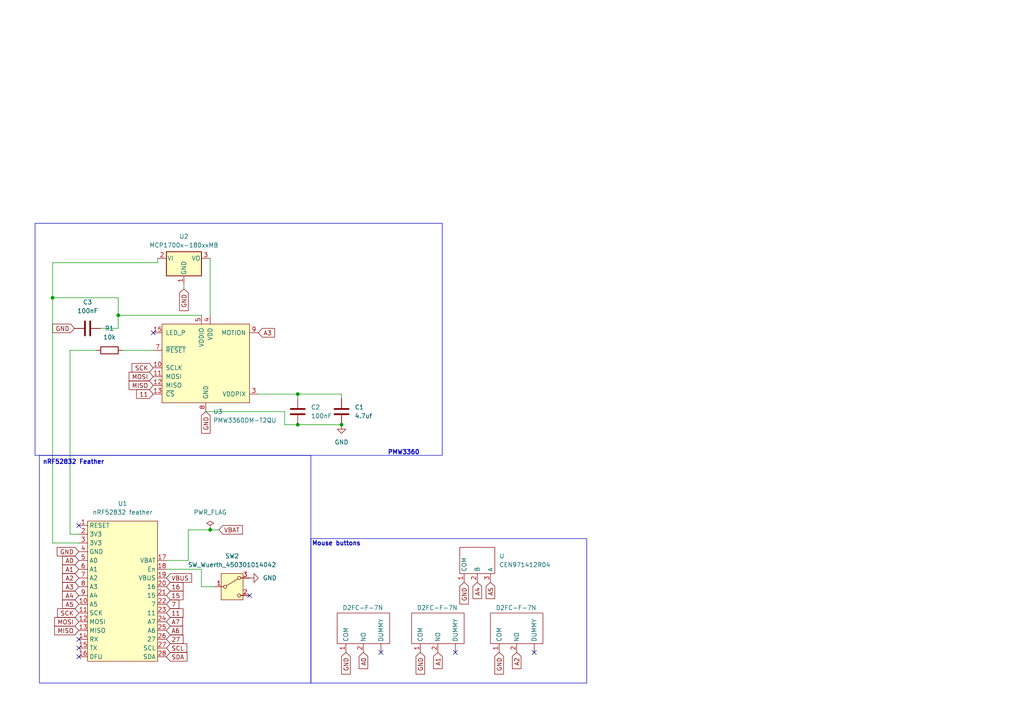
<source format=kicad_sch>
(kicad_sch
	(version 20250114)
	(generator "eeschema")
	(generator_version "9.0")
	(uuid "71a72769-f90b-4b93-8169-68d3751f5a68")
	(paper "A4")
	(lib_symbols
		(symbol "Device:C"
			(pin_numbers
				(hide yes)
			)
			(pin_names
				(offset 0.254)
			)
			(exclude_from_sim no)
			(in_bom yes)
			(on_board yes)
			(property "Reference" "C"
				(at 0.635 2.54 0)
				(effects
					(font
						(size 1.27 1.27)
					)
					(justify left)
				)
			)
			(property "Value" "C"
				(at 0.635 -2.54 0)
				(effects
					(font
						(size 1.27 1.27)
					)
					(justify left)
				)
			)
			(property "Footprint" ""
				(at 0.9652 -3.81 0)
				(effects
					(font
						(size 1.27 1.27)
					)
					(hide yes)
				)
			)
			(property "Datasheet" "~"
				(at 0 0 0)
				(effects
					(font
						(size 1.27 1.27)
					)
					(hide yes)
				)
			)
			(property "Description" "Unpolarized capacitor"
				(at 0 0 0)
				(effects
					(font
						(size 1.27 1.27)
					)
					(hide yes)
				)
			)
			(property "ki_keywords" "cap capacitor"
				(at 0 0 0)
				(effects
					(font
						(size 1.27 1.27)
					)
					(hide yes)
				)
			)
			(property "ki_fp_filters" "C_*"
				(at 0 0 0)
				(effects
					(font
						(size 1.27 1.27)
					)
					(hide yes)
				)
			)
			(symbol "C_0_1"
				(polyline
					(pts
						(xy -2.032 0.762) (xy 2.032 0.762)
					)
					(stroke
						(width 0.508)
						(type default)
					)
					(fill
						(type none)
					)
				)
				(polyline
					(pts
						(xy -2.032 -0.762) (xy 2.032 -0.762)
					)
					(stroke
						(width 0.508)
						(type default)
					)
					(fill
						(type none)
					)
				)
			)
			(symbol "C_1_1"
				(pin passive line
					(at 0 3.81 270)
					(length 2.794)
					(name "~"
						(effects
							(font
								(size 1.27 1.27)
							)
						)
					)
					(number "1"
						(effects
							(font
								(size 1.27 1.27)
							)
						)
					)
				)
				(pin passive line
					(at 0 -3.81 90)
					(length 2.794)
					(name "~"
						(effects
							(font
								(size 1.27 1.27)
							)
						)
					)
					(number "2"
						(effects
							(font
								(size 1.27 1.27)
							)
						)
					)
				)
			)
			(embedded_fonts no)
		)
		(symbol "Device:R"
			(pin_numbers
				(hide yes)
			)
			(pin_names
				(offset 0)
			)
			(exclude_from_sim no)
			(in_bom yes)
			(on_board yes)
			(property "Reference" "R"
				(at 2.032 0 90)
				(effects
					(font
						(size 1.27 1.27)
					)
				)
			)
			(property "Value" "R"
				(at 0 0 90)
				(effects
					(font
						(size 1.27 1.27)
					)
				)
			)
			(property "Footprint" ""
				(at -1.778 0 90)
				(effects
					(font
						(size 1.27 1.27)
					)
					(hide yes)
				)
			)
			(property "Datasheet" "~"
				(at 0 0 0)
				(effects
					(font
						(size 1.27 1.27)
					)
					(hide yes)
				)
			)
			(property "Description" "Resistor"
				(at 0 0 0)
				(effects
					(font
						(size 1.27 1.27)
					)
					(hide yes)
				)
			)
			(property "ki_keywords" "R res resistor"
				(at 0 0 0)
				(effects
					(font
						(size 1.27 1.27)
					)
					(hide yes)
				)
			)
			(property "ki_fp_filters" "R_*"
				(at 0 0 0)
				(effects
					(font
						(size 1.27 1.27)
					)
					(hide yes)
				)
			)
			(symbol "R_0_1"
				(rectangle
					(start -1.016 -2.54)
					(end 1.016 2.54)
					(stroke
						(width 0.254)
						(type default)
					)
					(fill
						(type none)
					)
				)
			)
			(symbol "R_1_1"
				(pin passive line
					(at 0 3.81 270)
					(length 1.27)
					(name "~"
						(effects
							(font
								(size 1.27 1.27)
							)
						)
					)
					(number "1"
						(effects
							(font
								(size 1.27 1.27)
							)
						)
					)
				)
				(pin passive line
					(at 0 -3.81 90)
					(length 1.27)
					(name "~"
						(effects
							(font
								(size 1.27 1.27)
							)
						)
					)
					(number "2"
						(effects
							(font
								(size 1.27 1.27)
							)
						)
					)
				)
			)
			(embedded_fonts no)
		)
		(symbol "Mouse Stuff:CEN971412R04"
			(exclude_from_sim no)
			(in_bom yes)
			(on_board yes)
			(property "Reference" "CEN971412R04"
				(at 0 5.08 0)
				(effects
					(font
						(size 1.27 1.27)
					)
				)
			)
			(property "Value" ""
				(at 0 0 0)
				(effects
					(font
						(size 1.27 1.27)
					)
				)
			)
			(property "Footprint" ""
				(at 0 0 0)
				(effects
					(font
						(size 1.27 1.27)
					)
					(hide yes)
				)
			)
			(property "Datasheet" ""
				(at 0 0 0)
				(effects
					(font
						(size 1.27 1.27)
					)
					(hide yes)
				)
			)
			(property "Description" ""
				(at 0 0 0)
				(effects
					(font
						(size 1.27 1.27)
					)
					(hide yes)
				)
			)
			(symbol "CEN971412R04_0_1"
				(rectangle
					(start -5.08 3.81)
					(end 5.08 -3.81)
					(stroke
						(width 0)
						(type default)
					)
					(fill
						(type none)
					)
				)
			)
			(symbol "CEN971412R04_1_1"
				(pin power_out line
					(at -3.81 -6.35 90)
					(length 2.54)
					(name "COM"
						(effects
							(font
								(size 1.27 1.27)
							)
						)
					)
					(number "1"
						(effects
							(font
								(size 1.27 1.27)
							)
						)
					)
				)
				(pin bidirectional line
					(at 0 -6.35 90)
					(length 2.54)
					(name "B"
						(effects
							(font
								(size 1.27 1.27)
							)
						)
					)
					(number "2"
						(effects
							(font
								(size 1.27 1.27)
							)
						)
					)
				)
				(pin bidirectional line
					(at 3.81 -6.35 90)
					(length 2.54)
					(name "A"
						(effects
							(font
								(size 1.27 1.27)
							)
						)
					)
					(number "3"
						(effects
							(font
								(size 1.27 1.27)
							)
						)
					)
				)
			)
			(embedded_fonts no)
		)
		(symbol "Mouse Stuff:D2FC-F-7N"
			(exclude_from_sim no)
			(in_bom yes)
			(on_board yes)
			(property "Reference" "U"
				(at 0 0.254 0)
				(effects
					(font
						(size 1.27 1.27)
					)
				)
			)
			(property "Value" "D2FC-F-7N"
				(at 0 6.096 0)
				(effects
					(font
						(size 1.27 1.27)
					)
				)
			)
			(property "Footprint" ""
				(at 0 0 0)
				(effects
					(font
						(size 1.27 1.27)
					)
					(hide yes)
				)
			)
			(property "Datasheet" ""
				(at 0 0 0)
				(effects
					(font
						(size 1.27 1.27)
					)
					(hide yes)
				)
			)
			(property "Description" ""
				(at 0 0 0)
				(effects
					(font
						(size 1.27 1.27)
					)
					(hide yes)
				)
			)
			(symbol "D2FC-F-7N_0_1"
				(rectangle
					(start -7.62 5.08)
					(end 7.62 -3.81)
					(stroke
						(width 0)
						(type default)
					)
					(fill
						(type none)
					)
				)
			)
			(symbol "D2FC-F-7N_1_1"
				(pin power_in line
					(at -5.08 -6.35 90)
					(length 2.54)
					(name "COM"
						(effects
							(font
								(size 1.27 1.27)
							)
						)
					)
					(number "1"
						(effects
							(font
								(size 1.27 1.27)
							)
						)
					)
				)
				(pin bidirectional line
					(at 0 -6.35 90)
					(length 2.54)
					(name "NO"
						(effects
							(font
								(size 1.27 1.27)
							)
						)
					)
					(number "2"
						(effects
							(font
								(size 1.27 1.27)
							)
						)
					)
				)
				(pin bidirectional line
					(at 5.08 -6.35 90)
					(length 2.54)
					(name "DUMMY"
						(effects
							(font
								(size 1.27 1.27)
							)
						)
					)
					(number ""
						(effects
							(font
								(size 1.27 1.27)
							)
						)
					)
				)
			)
			(embedded_fonts no)
		)
		(symbol "Mouse Stuff:nRF52832_feather"
			(exclude_from_sim no)
			(in_bom yes)
			(on_board yes)
			(property "Reference" "U"
				(at 0 0 0)
				(effects
					(font
						(size 1.27 1.27)
					)
				)
			)
			(property "Value" "nRF52832 feather"
				(at 0.508 14.224 0)
				(effects
					(font
						(size 1.27 1.27)
					)
				)
			)
			(property "Footprint" ""
				(at 0 0 0)
				(effects
					(font
						(size 1.27 1.27)
					)
					(hide yes)
				)
			)
			(property "Datasheet" ""
				(at 0 0 0)
				(effects
					(font
						(size 1.27 1.27)
					)
					(hide yes)
				)
			)
			(property "Description" ""
				(at 0 0 0)
				(effects
					(font
						(size 1.27 1.27)
					)
					(hide yes)
				)
			)
			(symbol "nRF52832_feather_1_1"
				(rectangle
					(start -10.16 12.7)
					(end 10.16 -27.94)
					(stroke
						(width 0)
						(type solid)
					)
					(fill
						(type background)
					)
				)
				(pin input line
					(at -12.7 11.43 0)
					(length 2.54)
					(name "RESET"
						(effects
							(font
								(size 1.27 1.27)
							)
						)
					)
					(number "1"
						(effects
							(font
								(size 1.27 1.27)
							)
						)
					)
				)
				(pin power_out line
					(at -12.7 8.89 0)
					(length 2.54)
					(name "3V3"
						(effects
							(font
								(size 1.27 1.27)
							)
						)
					)
					(number "2"
						(effects
							(font
								(size 1.27 1.27)
							)
						)
					)
				)
				(pin power_out line
					(at -12.7 6.35 0)
					(length 2.54)
					(name "3V3"
						(effects
							(font
								(size 1.27 1.27)
							)
						)
					)
					(number "3"
						(effects
							(font
								(size 1.27 1.27)
							)
						)
					)
				)
				(pin power_out line
					(at -12.7 3.81 0)
					(length 2.54)
					(name "GND"
						(effects
							(font
								(size 1.27 1.27)
							)
						)
					)
					(number "4"
						(effects
							(font
								(size 1.27 1.27)
							)
						)
					)
				)
				(pin bidirectional line
					(at -12.7 1.27 0)
					(length 2.54)
					(name "A0"
						(effects
							(font
								(size 1.27 1.27)
							)
						)
					)
					(number "5"
						(effects
							(font
								(size 1.27 1.27)
							)
						)
					)
				)
				(pin bidirectional line
					(at -12.7 -1.27 0)
					(length 2.54)
					(name "A1"
						(effects
							(font
								(size 1.27 1.27)
							)
						)
					)
					(number "6"
						(effects
							(font
								(size 1.27 1.27)
							)
						)
					)
				)
				(pin bidirectional line
					(at -12.7 -3.81 0)
					(length 2.54)
					(name "A2"
						(effects
							(font
								(size 1.27 1.27)
							)
						)
					)
					(number "7"
						(effects
							(font
								(size 1.27 1.27)
							)
						)
					)
				)
				(pin bidirectional line
					(at -12.7 -6.35 0)
					(length 2.54)
					(name "A3"
						(effects
							(font
								(size 1.27 1.27)
							)
						)
					)
					(number "8"
						(effects
							(font
								(size 1.27 1.27)
							)
						)
					)
				)
				(pin bidirectional line
					(at -12.7 -8.89 0)
					(length 2.54)
					(name "A4"
						(effects
							(font
								(size 1.27 1.27)
							)
						)
					)
					(number "9"
						(effects
							(font
								(size 1.27 1.27)
							)
						)
					)
				)
				(pin bidirectional line
					(at -12.7 -11.43 0)
					(length 2.54)
					(name "A5"
						(effects
							(font
								(size 1.27 1.27)
							)
						)
					)
					(number "10"
						(effects
							(font
								(size 1.27 1.27)
							)
						)
					)
				)
				(pin output line
					(at -12.7 -13.97 0)
					(length 2.54)
					(name "SCK"
						(effects
							(font
								(size 1.27 1.27)
							)
						)
					)
					(number "11"
						(effects
							(font
								(size 1.27 1.27)
							)
						)
					)
				)
				(pin bidirectional line
					(at -12.7 -16.51 0)
					(length 2.54)
					(name "MOSI"
						(effects
							(font
								(size 1.27 1.27)
							)
						)
					)
					(number "12"
						(effects
							(font
								(size 1.27 1.27)
							)
						)
					)
				)
				(pin bidirectional line
					(at -12.7 -19.05 0)
					(length 2.54)
					(name "MISO"
						(effects
							(font
								(size 1.27 1.27)
							)
						)
					)
					(number "13"
						(effects
							(font
								(size 1.27 1.27)
							)
						)
					)
				)
				(pin input line
					(at -12.7 -21.59 0)
					(length 2.54)
					(name "RX"
						(effects
							(font
								(size 1.27 1.27)
							)
						)
					)
					(number "14"
						(effects
							(font
								(size 1.27 1.27)
							)
						)
					)
				)
				(pin input line
					(at -12.7 -24.13 0)
					(length 2.54)
					(name "TX"
						(effects
							(font
								(size 1.27 1.27)
							)
						)
					)
					(number "15"
						(effects
							(font
								(size 1.27 1.27)
							)
						)
					)
				)
				(pin input line
					(at -12.7 -26.67 0)
					(length 2.54)
					(name "DFU"
						(effects
							(font
								(size 1.27 1.27)
							)
						)
					)
					(number "16"
						(effects
							(font
								(size 1.27 1.27)
							)
						)
					)
				)
				(pin power_in line
					(at 12.7 1.27 180)
					(length 2.54)
					(name "VBAT"
						(effects
							(font
								(size 1.27 1.27)
							)
						)
					)
					(number "17"
						(effects
							(font
								(size 1.27 1.27)
							)
						)
					)
				)
				(pin input line
					(at 12.7 -1.27 180)
					(length 2.54)
					(name "En"
						(effects
							(font
								(size 1.27 1.27)
							)
						)
					)
					(number "18"
						(effects
							(font
								(size 1.27 1.27)
							)
						)
					)
				)
				(pin power_out line
					(at 12.7 -3.81 180)
					(length 2.54)
					(name "VBUS"
						(effects
							(font
								(size 1.27 1.27)
							)
						)
					)
					(number "19"
						(effects
							(font
								(size 1.27 1.27)
							)
						)
					)
				)
				(pin bidirectional line
					(at 12.7 -6.35 180)
					(length 2.54)
					(name "16"
						(effects
							(font
								(size 1.27 1.27)
							)
						)
					)
					(number "20"
						(effects
							(font
								(size 1.27 1.27)
							)
						)
					)
				)
				(pin bidirectional line
					(at 12.7 -8.89 180)
					(length 2.54)
					(name "15"
						(effects
							(font
								(size 1.27 1.27)
							)
						)
					)
					(number "21"
						(effects
							(font
								(size 1.27 1.27)
							)
						)
					)
				)
				(pin bidirectional line
					(at 12.7 -11.43 180)
					(length 2.54)
					(name "7"
						(effects
							(font
								(size 1.27 1.27)
							)
						)
					)
					(number "22"
						(effects
							(font
								(size 1.27 1.27)
							)
						)
					)
				)
				(pin bidirectional line
					(at 12.7 -13.97 180)
					(length 2.54)
					(name "11"
						(effects
							(font
								(size 1.27 1.27)
							)
						)
					)
					(number "23"
						(effects
							(font
								(size 1.27 1.27)
							)
						)
					)
				)
				(pin bidirectional line
					(at 12.7 -16.51 180)
					(length 2.54)
					(name "A7"
						(effects
							(font
								(size 1.27 1.27)
							)
						)
					)
					(number "24"
						(effects
							(font
								(size 1.27 1.27)
							)
						)
					)
				)
				(pin bidirectional line
					(at 12.7 -19.05 180)
					(length 2.54)
					(name "A6"
						(effects
							(font
								(size 1.27 1.27)
							)
						)
					)
					(number "25"
						(effects
							(font
								(size 1.27 1.27)
							)
						)
					)
				)
				(pin bidirectional line
					(at 12.7 -21.59 180)
					(length 2.54)
					(name "27"
						(effects
							(font
								(size 1.27 1.27)
							)
						)
					)
					(number "26"
						(effects
							(font
								(size 1.27 1.27)
							)
						)
					)
				)
				(pin bidirectional line
					(at 12.7 -24.13 180)
					(length 2.54)
					(name "SCL"
						(effects
							(font
								(size 1.27 1.27)
							)
						)
					)
					(number "27"
						(effects
							(font
								(size 1.27 1.27)
							)
						)
					)
				)
				(pin bidirectional line
					(at 12.7 -26.67 180)
					(length 2.54)
					(name "SDA"
						(effects
							(font
								(size 1.27 1.27)
							)
						)
					)
					(number "28"
						(effects
							(font
								(size 1.27 1.27)
							)
						)
					)
				)
			)
			(embedded_fonts no)
		)
		(symbol "PCM_openinput:PMW3360DM-T2QU"
			(pin_names
				(offset 1.016)
			)
			(exclude_from_sim no)
			(in_bom yes)
			(on_board yes)
			(property "Reference" "U"
				(at -11.43 13.97 0)
				(effects
					(font
						(size 1.27 1.27)
					)
				)
			)
			(property "Value" "PMW3360DM-T2QU"
				(at 8.89 -11.43 0)
				(effects
					(font
						(size 1.27 1.27)
					)
				)
			)
			(property "Footprint" "openinput:PXI-DIP-16"
				(at 0 0 0)
				(effects
					(font
						(size 1.27 1.27)
					)
					(hide yes)
				)
			)
			(property "Datasheet" "https://www.epsglobal.com/Media-Library/EPSGlobal/Products/files/pixart/PMW3360DM-T2QU.pdf"
				(at -8.89 13.97 0)
				(effects
					(font
						(size 1.27 1.27)
					)
					(hide yes)
				)
			)
			(property "Description" "Optical Gaming Navigation Sensor"
				(at 0 0 0)
				(effects
					(font
						(size 1.27 1.27)
					)
					(hide yes)
				)
			)
			(property "ki_keywords" "Optical Gaming Navigation Sensor"
				(at 0 0 0)
				(effects
					(font
						(size 1.27 1.27)
					)
					(hide yes)
				)
			)
			(symbol "PMW3360DM-T2QU_0_1"
				(rectangle
					(start -12.7 12.7)
					(end 12.7 -10.16)
					(stroke
						(width 0)
						(type default)
					)
					(fill
						(type background)
					)
				)
			)
			(symbol "PMW3360DM-T2QU_1_1"
				(pin input line
					(at -15.24 10.16 0)
					(length 2.54)
					(name "LED_P"
						(effects
							(font
								(size 1.27 1.27)
							)
						)
					)
					(number "15"
						(effects
							(font
								(size 1.27 1.27)
							)
						)
					)
				)
				(pin input line
					(at -15.24 5.08 0)
					(length 2.54)
					(name "~{RESET}"
						(effects
							(font
								(size 1.27 1.27)
							)
						)
					)
					(number "7"
						(effects
							(font
								(size 1.27 1.27)
							)
						)
					)
				)
				(pin input line
					(at -15.24 0 0)
					(length 2.54)
					(name "SCLK"
						(effects
							(font
								(size 1.27 1.27)
							)
						)
					)
					(number "10"
						(effects
							(font
								(size 1.27 1.27)
							)
						)
					)
				)
				(pin input line
					(at -15.24 -2.54 0)
					(length 2.54)
					(name "MOSI"
						(effects
							(font
								(size 1.27 1.27)
							)
						)
					)
					(number "11"
						(effects
							(font
								(size 1.27 1.27)
							)
						)
					)
				)
				(pin output line
					(at -15.24 -5.08 0)
					(length 2.54)
					(name "MISO"
						(effects
							(font
								(size 1.27 1.27)
							)
						)
					)
					(number "12"
						(effects
							(font
								(size 1.27 1.27)
							)
						)
					)
				)
				(pin input line
					(at -15.24 -7.62 0)
					(length 2.54)
					(name "~{CS}"
						(effects
							(font
								(size 1.27 1.27)
							)
						)
					)
					(number "13"
						(effects
							(font
								(size 1.27 1.27)
							)
						)
					)
				)
				(pin power_in line
					(at -1.27 15.24 270)
					(length 2.54)
					(name "VDDIO"
						(effects
							(font
								(size 1.27 1.27)
							)
						)
					)
					(number "5"
						(effects
							(font
								(size 1.27 1.27)
							)
						)
					)
				)
				(pin power_in line
					(at 0 -12.7 90)
					(length 2.54)
					(name "GND"
						(effects
							(font
								(size 1.27 1.27)
							)
						)
					)
					(number "8"
						(effects
							(font
								(size 1.27 1.27)
							)
						)
					)
				)
				(pin power_in line
					(at 1.27 15.24 270)
					(length 2.54)
					(name "VDD"
						(effects
							(font
								(size 1.27 1.27)
							)
						)
					)
					(number "4"
						(effects
							(font
								(size 1.27 1.27)
							)
						)
					)
				)
				(pin output line
					(at 15.24 10.16 180)
					(length 2.54)
					(name "MOTION"
						(effects
							(font
								(size 1.27 1.27)
							)
						)
					)
					(number "9"
						(effects
							(font
								(size 1.27 1.27)
							)
						)
					)
				)
				(pin power_out line
					(at 15.24 -7.62 180)
					(length 2.54)
					(name "VDDPIX"
						(effects
							(font
								(size 1.27 1.27)
							)
						)
					)
					(number "3"
						(effects
							(font
								(size 1.27 1.27)
							)
						)
					)
				)
			)
			(embedded_fonts no)
		)
		(symbol "Regulator_Linear:MCP1700x-180xxMB"
			(pin_names
				(offset 0.254)
			)
			(exclude_from_sim no)
			(in_bom yes)
			(on_board yes)
			(property "Reference" "U"
				(at -3.81 3.175 0)
				(effects
					(font
						(size 1.27 1.27)
					)
				)
			)
			(property "Value" "MCP1700x-180xxMB"
				(at 0 3.175 0)
				(effects
					(font
						(size 1.27 1.27)
					)
					(justify left)
				)
			)
			(property "Footprint" "Package_TO_SOT_SMD:SOT-89-3"
				(at 0 5.08 0)
				(effects
					(font
						(size 1.27 1.27)
					)
					(hide yes)
				)
			)
			(property "Datasheet" "http://ww1.microchip.com/downloads/en/DeviceDoc/20001826D.pdf"
				(at 0 -1.27 0)
				(effects
					(font
						(size 1.27 1.27)
					)
					(hide yes)
				)
			)
			(property "Description" "250mA Low Quiscent Current LDO, 1.8V output, SOT-89"
				(at 0 0 0)
				(effects
					(font
						(size 1.27 1.27)
					)
					(hide yes)
				)
			)
			(property "ki_keywords" "regulator linear ldo"
				(at 0 0 0)
				(effects
					(font
						(size 1.27 1.27)
					)
					(hide yes)
				)
			)
			(property "ki_fp_filters" "SOT?89*"
				(at 0 0 0)
				(effects
					(font
						(size 1.27 1.27)
					)
					(hide yes)
				)
			)
			(symbol "MCP1700x-180xxMB_0_1"
				(rectangle
					(start -5.08 -5.08)
					(end 5.08 1.905)
					(stroke
						(width 0.254)
						(type default)
					)
					(fill
						(type background)
					)
				)
			)
			(symbol "MCP1700x-180xxMB_1_1"
				(pin power_in line
					(at -7.62 0 0)
					(length 2.54)
					(name "VI"
						(effects
							(font
								(size 1.27 1.27)
							)
						)
					)
					(number "2"
						(effects
							(font
								(size 1.27 1.27)
							)
						)
					)
				)
				(pin power_in line
					(at 0 -7.62 90)
					(length 2.54)
					(name "GND"
						(effects
							(font
								(size 1.27 1.27)
							)
						)
					)
					(number "1"
						(effects
							(font
								(size 1.27 1.27)
							)
						)
					)
				)
				(pin power_out line
					(at 7.62 0 180)
					(length 2.54)
					(name "VO"
						(effects
							(font
								(size 1.27 1.27)
							)
						)
					)
					(number "3"
						(effects
							(font
								(size 1.27 1.27)
							)
						)
					)
				)
			)
			(embedded_fonts no)
		)
		(symbol "Switch:SW_Wuerth_450301014042"
			(pin_names
				(offset 1)
				(hide yes)
			)
			(exclude_from_sim no)
			(in_bom yes)
			(on_board yes)
			(property "Reference" "SW"
				(at 0 5.08 0)
				(effects
					(font
						(size 1.27 1.27)
					)
				)
			)
			(property "Value" "SW_Wuerth_450301014042"
				(at 0 -5.08 0)
				(effects
					(font
						(size 1.27 1.27)
					)
				)
			)
			(property "Footprint" "Button_Switch_THT:SW_Slide-03_Wuerth-WS-SLTV_10x2.5x6.4_P2.54mm"
				(at 0 -10.16 0)
				(effects
					(font
						(size 1.27 1.27)
					)
					(hide yes)
				)
			)
			(property "Datasheet" "https://www.we-online.com/components/products/datasheet/450301014042.pdf"
				(at 0 -7.62 0)
				(effects
					(font
						(size 1.27 1.27)
					)
					(hide yes)
				)
			)
			(property "Description" "Switch slide, single pole double throw"
				(at 0 0 0)
				(effects
					(font
						(size 1.27 1.27)
					)
					(hide yes)
				)
			)
			(property "ki_keywords" "changeover single-pole opposite-side-connection double-throw spdt ON-ON"
				(at 0 0 0)
				(effects
					(font
						(size 1.27 1.27)
					)
					(hide yes)
				)
			)
			(property "ki_fp_filters" "SW*Wuerth*WS*SLTV*10x2.5x6.4*P2.54mm*"
				(at 0 0 0)
				(effects
					(font
						(size 1.27 1.27)
					)
					(hide yes)
				)
			)
			(symbol "SW_Wuerth_450301014042_0_1"
				(circle
					(center -2.032 0)
					(radius 0.4572)
					(stroke
						(width 0)
						(type default)
					)
					(fill
						(type none)
					)
				)
				(polyline
					(pts
						(xy -1.651 0.254) (xy 1.651 2.286)
					)
					(stroke
						(width 0)
						(type default)
					)
					(fill
						(type none)
					)
				)
				(circle
					(center 2.032 2.54)
					(radius 0.4572)
					(stroke
						(width 0)
						(type default)
					)
					(fill
						(type none)
					)
				)
				(circle
					(center 2.032 -2.54)
					(radius 0.4572)
					(stroke
						(width 0)
						(type default)
					)
					(fill
						(type none)
					)
				)
			)
			(symbol "SW_Wuerth_450301014042_1_1"
				(rectangle
					(start -3.175 3.81)
					(end 3.175 -3.81)
					(stroke
						(width 0)
						(type default)
					)
					(fill
						(type background)
					)
				)
				(pin passive line
					(at -5.08 0 0)
					(length 2.54)
					(name "B"
						(effects
							(font
								(size 1.27 1.27)
							)
						)
					)
					(number "1"
						(effects
							(font
								(size 1.27 1.27)
							)
						)
					)
				)
				(pin passive line
					(at 5.08 2.54 180)
					(length 2.54)
					(name "A"
						(effects
							(font
								(size 1.27 1.27)
							)
						)
					)
					(number "3"
						(effects
							(font
								(size 1.27 1.27)
							)
						)
					)
				)
				(pin passive line
					(at 5.08 -2.54 180)
					(length 2.54)
					(name "C"
						(effects
							(font
								(size 1.27 1.27)
							)
						)
					)
					(number "2"
						(effects
							(font
								(size 1.27 1.27)
							)
						)
					)
				)
			)
			(embedded_fonts no)
		)
		(symbol "power:GND"
			(power)
			(pin_numbers
				(hide yes)
			)
			(pin_names
				(offset 0)
				(hide yes)
			)
			(exclude_from_sim no)
			(in_bom yes)
			(on_board yes)
			(property "Reference" "#PWR"
				(at 0 -6.35 0)
				(effects
					(font
						(size 1.27 1.27)
					)
					(hide yes)
				)
			)
			(property "Value" "GND"
				(at 0 -3.81 0)
				(effects
					(font
						(size 1.27 1.27)
					)
				)
			)
			(property "Footprint" ""
				(at 0 0 0)
				(effects
					(font
						(size 1.27 1.27)
					)
					(hide yes)
				)
			)
			(property "Datasheet" ""
				(at 0 0 0)
				(effects
					(font
						(size 1.27 1.27)
					)
					(hide yes)
				)
			)
			(property "Description" "Power symbol creates a global label with name \"GND\" , ground"
				(at 0 0 0)
				(effects
					(font
						(size 1.27 1.27)
					)
					(hide yes)
				)
			)
			(property "ki_keywords" "global power"
				(at 0 0 0)
				(effects
					(font
						(size 1.27 1.27)
					)
					(hide yes)
				)
			)
			(symbol "GND_0_1"
				(polyline
					(pts
						(xy 0 0) (xy 0 -1.27) (xy 1.27 -1.27) (xy 0 -2.54) (xy -1.27 -1.27) (xy 0 -1.27)
					)
					(stroke
						(width 0)
						(type default)
					)
					(fill
						(type none)
					)
				)
			)
			(symbol "GND_1_1"
				(pin power_in line
					(at 0 0 270)
					(length 0)
					(name "~"
						(effects
							(font
								(size 1.27 1.27)
							)
						)
					)
					(number "1"
						(effects
							(font
								(size 1.27 1.27)
							)
						)
					)
				)
			)
			(embedded_fonts no)
		)
		(symbol "power:PWR_FLAG"
			(power)
			(pin_numbers
				(hide yes)
			)
			(pin_names
				(offset 0)
				(hide yes)
			)
			(exclude_from_sim no)
			(in_bom yes)
			(on_board yes)
			(property "Reference" "#FLG"
				(at 0 1.905 0)
				(effects
					(font
						(size 1.27 1.27)
					)
					(hide yes)
				)
			)
			(property "Value" "PWR_FLAG"
				(at 0 3.81 0)
				(effects
					(font
						(size 1.27 1.27)
					)
				)
			)
			(property "Footprint" ""
				(at 0 0 0)
				(effects
					(font
						(size 1.27 1.27)
					)
					(hide yes)
				)
			)
			(property "Datasheet" "~"
				(at 0 0 0)
				(effects
					(font
						(size 1.27 1.27)
					)
					(hide yes)
				)
			)
			(property "Description" "Special symbol for telling ERC where power comes from"
				(at 0 0 0)
				(effects
					(font
						(size 1.27 1.27)
					)
					(hide yes)
				)
			)
			(property "ki_keywords" "flag power"
				(at 0 0 0)
				(effects
					(font
						(size 1.27 1.27)
					)
					(hide yes)
				)
			)
			(symbol "PWR_FLAG_0_0"
				(pin power_out line
					(at 0 0 90)
					(length 0)
					(name "~"
						(effects
							(font
								(size 1.27 1.27)
							)
						)
					)
					(number "1"
						(effects
							(font
								(size 1.27 1.27)
							)
						)
					)
				)
			)
			(symbol "PWR_FLAG_0_1"
				(polyline
					(pts
						(xy 0 0) (xy 0 1.27) (xy -1.016 1.905) (xy 0 2.54) (xy 1.016 1.905) (xy 0 1.27)
					)
					(stroke
						(width 0)
						(type default)
					)
					(fill
						(type none)
					)
				)
			)
			(embedded_fonts no)
		)
	)
	(rectangle
		(start 11.43 132.08)
		(end 90.17 198.12)
		(stroke
			(width 0)
			(type default)
		)
		(fill
			(type none)
		)
		(uuid 1ce683c3-e840-4639-b7a9-81c13965f6d4)
	)
	(rectangle
		(start 90.17 156.21)
		(end 170.18 198.12)
		(stroke
			(width 0)
			(type default)
		)
		(fill
			(type none)
		)
		(uuid 531969d9-9c16-4af4-a641-df94dd3ef9ac)
	)
	(rectangle
		(start 10.16 64.77)
		(end 128.27 132.08)
		(stroke
			(width 0)
			(type default)
		)
		(fill
			(type none)
		)
		(uuid d6cc2415-c438-4f57-b284-f03d2752dba1)
	)
	(text "nRF52832 Feather"
		(exclude_from_sim no)
		(at 21.336 134.112 0)
		(effects
			(font
				(size 1.27 1.27)
				(thickness 0.254)
				(bold yes)
			)
		)
		(uuid "2159ad03-4261-4eca-8f24-a580cd513452")
	)
	(text "Mouse buttons"
		(exclude_from_sim no)
		(at 97.536 157.734 0)
		(effects
			(font
				(size 1.27 1.27)
				(thickness 0.254)
				(bold yes)
			)
		)
		(uuid "78c778ec-316b-44e2-878f-751b6c099149")
	)
	(text "PMW3360"
		(exclude_from_sim no)
		(at 117.094 131.318 0)
		(effects
			(font
				(size 1.27 1.27)
				(thickness 0.254)
				(bold yes)
			)
		)
		(uuid "8cee0441-b578-4ab1-896d-6b631f31e139")
	)
	(junction
		(at 15.24 86.36)
		(diameter 0)
		(color 0 0 0 0)
		(uuid "1273ccee-e0f2-4566-af9d-38ecf2e46215")
	)
	(junction
		(at 60.96 153.67)
		(diameter 0)
		(color 0 0 0 0)
		(uuid "2af92f60-b321-4ca2-b947-7282c2e18df7")
	)
	(junction
		(at 86.36 114.3)
		(diameter 0)
		(color 0 0 0 0)
		(uuid "3f03a775-59ad-470b-9129-8a5842406d9c")
	)
	(junction
		(at 99.06 123.19)
		(diameter 0)
		(color 0 0 0 0)
		(uuid "5de17d97-105a-4326-8466-309c50bc7d1e")
	)
	(junction
		(at 86.36 123.19)
		(diameter 0)
		(color 0 0 0 0)
		(uuid "ab670cac-c9c0-4e6f-9e10-71689e9062b8")
	)
	(junction
		(at 34.29 91.44)
		(diameter 0)
		(color 0 0 0 0)
		(uuid "eec9e579-7fd4-41a7-aa2b-7c884ba8d91a")
	)
	(no_connect
		(at 110.49 189.23)
		(uuid "303cc76f-e6c6-4537-8f68-eb1aae6c2751")
	)
	(no_connect
		(at 132.08 189.23)
		(uuid "389126b1-78e4-4a83-8d0e-bb9c5e86f33a")
	)
	(no_connect
		(at 44.45 96.52)
		(uuid "4d1872be-a0f8-4515-835b-fa7d9575a521")
	)
	(no_connect
		(at 22.86 152.4)
		(uuid "5a2e119c-7414-48e4-b943-a94814a4474b")
	)
	(no_connect
		(at 22.86 190.5)
		(uuid "63d16ab4-ad0b-48e8-a968-8a6b1ff8bb48")
	)
	(no_connect
		(at 154.94 189.23)
		(uuid "7cca0a52-5d3d-4c7e-86d0-91e86bd6f658")
	)
	(no_connect
		(at 22.86 187.96)
		(uuid "ab5d1853-c48d-45ea-bfe2-2371c554a631")
	)
	(no_connect
		(at 72.39 172.72)
		(uuid "bb2a9ab2-64ff-4d13-86b5-a3a794999f66")
	)
	(no_connect
		(at 22.86 185.42)
		(uuid "fd0000ee-2080-4c8b-bdf0-5c5e89ec2efa")
	)
	(wire
		(pts
			(xy 15.24 76.2) (xy 45.72 76.2)
		)
		(stroke
			(width 0)
			(type default)
		)
		(uuid "06359769-f1e4-4f81-8105-873fefe82298")
	)
	(wire
		(pts
			(xy 54.61 162.56) (xy 48.26 162.56)
		)
		(stroke
			(width 0)
			(type default)
		)
		(uuid "144ed8e9-f92c-420d-8645-a6adf026a9c9")
	)
	(wire
		(pts
			(xy 74.93 114.3) (xy 86.36 114.3)
		)
		(stroke
			(width 0)
			(type default)
		)
		(uuid "1d66806d-13ab-426d-97fd-12309edc75ef")
	)
	(wire
		(pts
			(xy 53.34 82.55) (xy 53.34 83.82)
		)
		(stroke
			(width 0)
			(type default)
		)
		(uuid "23eee98c-3dcb-4a75-9c38-076f6a80d1e3")
	)
	(wire
		(pts
			(xy 86.36 114.3) (xy 86.36 115.57)
		)
		(stroke
			(width 0)
			(type default)
		)
		(uuid "2c1c85cd-c7f8-448c-b91f-144cd0d93b0f")
	)
	(wire
		(pts
			(xy 20.32 101.6) (xy 27.94 101.6)
		)
		(stroke
			(width 0)
			(type default)
		)
		(uuid "2e3e77a3-c172-4086-a24a-2871751ff180")
	)
	(wire
		(pts
			(xy 22.86 157.48) (xy 15.24 157.48)
		)
		(stroke
			(width 0)
			(type default)
		)
		(uuid "2e4c6142-2478-4bb5-b8dc-687cefc89f65")
	)
	(wire
		(pts
			(xy 15.24 86.36) (xy 34.29 86.36)
		)
		(stroke
			(width 0)
			(type default)
		)
		(uuid "33ebc1f9-8be4-44be-ac42-e220583045db")
	)
	(wire
		(pts
			(xy 86.36 114.3) (xy 99.06 114.3)
		)
		(stroke
			(width 0)
			(type default)
		)
		(uuid "3ecf9824-ac0d-4364-89fc-74cbd37ac47a")
	)
	(wire
		(pts
			(xy 99.06 114.3) (xy 99.06 115.57)
		)
		(stroke
			(width 0)
			(type default)
		)
		(uuid "48be2275-f95b-45fd-ade0-4aedbbb10ced")
	)
	(wire
		(pts
			(xy 58.42 165.1) (xy 48.26 165.1)
		)
		(stroke
			(width 0)
			(type default)
		)
		(uuid "49adebed-73d8-4495-9bc5-5b8aeb6801c7")
	)
	(wire
		(pts
			(xy 22.86 154.94) (xy 20.32 154.94)
		)
		(stroke
			(width 0)
			(type default)
		)
		(uuid "52e54eaf-c9a7-494f-b9bc-ed4769d1fecd")
	)
	(wire
		(pts
			(xy 60.96 153.67) (xy 54.61 153.67)
		)
		(stroke
			(width 0)
			(type default)
		)
		(uuid "52f25a62-28f1-4e33-a60c-dca40dc6b9f6")
	)
	(wire
		(pts
			(xy 34.29 91.44) (xy 34.29 95.25)
		)
		(stroke
			(width 0)
			(type default)
		)
		(uuid "678934f9-7a0d-4bef-ad30-f16a07d59cff")
	)
	(wire
		(pts
			(xy 60.96 74.93) (xy 60.96 91.44)
		)
		(stroke
			(width 0)
			(type default)
		)
		(uuid "7363b065-e2cf-404d-8577-457436f39d89")
	)
	(wire
		(pts
			(xy 34.29 86.36) (xy 34.29 91.44)
		)
		(stroke
			(width 0)
			(type default)
		)
		(uuid "750e9a90-8c57-4b93-9652-db6737158e1e")
	)
	(wire
		(pts
			(xy 62.23 170.18) (xy 58.42 170.18)
		)
		(stroke
			(width 0)
			(type default)
		)
		(uuid "77ff59c1-0cf3-4405-b5f8-1777ace65db3")
	)
	(wire
		(pts
			(xy 82.55 119.38) (xy 59.69 119.38)
		)
		(stroke
			(width 0)
			(type default)
		)
		(uuid "7e4e7036-d92e-465f-b497-34be50ee41d0")
	)
	(wire
		(pts
			(xy 20.32 154.94) (xy 20.32 101.6)
		)
		(stroke
			(width 0)
			(type default)
		)
		(uuid "8b18c0b4-1fc1-4bfc-b249-2fd49bfd5f92")
	)
	(wire
		(pts
			(xy 35.56 101.6) (xy 44.45 101.6)
		)
		(stroke
			(width 0)
			(type default)
		)
		(uuid "9925c7cd-7186-4298-8af5-23d1e88fa01a")
	)
	(wire
		(pts
			(xy 34.29 91.44) (xy 58.42 91.44)
		)
		(stroke
			(width 0)
			(type default)
		)
		(uuid "a7cdb413-6fc4-44a5-84de-f442370827cd")
	)
	(wire
		(pts
			(xy 58.42 170.18) (xy 58.42 165.1)
		)
		(stroke
			(width 0)
			(type default)
		)
		(uuid "a8eb799a-3899-4655-9ca0-25a4ac94900b")
	)
	(wire
		(pts
			(xy 15.24 157.48) (xy 15.24 86.36)
		)
		(stroke
			(width 0)
			(type default)
		)
		(uuid "af9dd00c-e919-414e-a771-de9a8f743449")
	)
	(wire
		(pts
			(xy 86.36 123.19) (xy 82.55 123.19)
		)
		(stroke
			(width 0)
			(type default)
		)
		(uuid "bb8c102a-04a3-4736-a97f-9f5ffe51af9d")
	)
	(wire
		(pts
			(xy 82.55 123.19) (xy 82.55 119.38)
		)
		(stroke
			(width 0)
			(type default)
		)
		(uuid "bda2f243-e1a6-47b2-9edf-50098980fb0e")
	)
	(wire
		(pts
			(xy 15.24 86.36) (xy 15.24 76.2)
		)
		(stroke
			(width 0)
			(type default)
		)
		(uuid "cb004f53-ad49-4376-81d3-095f9346a61a")
	)
	(wire
		(pts
			(xy 86.36 123.19) (xy 99.06 123.19)
		)
		(stroke
			(width 0)
			(type default)
		)
		(uuid "d8bc895a-8532-4f0b-bcdc-d386b767a0a5")
	)
	(wire
		(pts
			(xy 45.72 76.2) (xy 45.72 74.93)
		)
		(stroke
			(width 0)
			(type default)
		)
		(uuid "dfe298fd-fffd-486c-a713-09a4adce86bd")
	)
	(wire
		(pts
			(xy 34.29 95.25) (xy 29.21 95.25)
		)
		(stroke
			(width 0)
			(type default)
		)
		(uuid "ed55ed0f-1f87-411b-81f6-0999133a6650")
	)
	(wire
		(pts
			(xy 54.61 153.67) (xy 54.61 162.56)
		)
		(stroke
			(width 0)
			(type default)
		)
		(uuid "f3ee3db6-41c3-4948-bfd5-92ad561c6deb")
	)
	(wire
		(pts
			(xy 63.5 153.67) (xy 60.96 153.67)
		)
		(stroke
			(width 0)
			(type default)
		)
		(uuid "f7776f13-d2df-41d2-b679-1c4c357cc3ea")
	)
	(global_label "A6"
		(shape input)
		(at 48.26 182.88 0)
		(fields_autoplaced yes)
		(effects
			(font
				(size 1.27 1.27)
			)
			(justify left)
		)
		(uuid "0d35ac19-2f74-44af-a301-0afb535d42d5")
		(property "Intersheetrefs" "${INTERSHEET_REFS}"
			(at 53.5433 182.88 0)
			(effects
				(font
					(size 1.27 1.27)
				)
				(justify left)
				(hide yes)
			)
		)
	)
	(global_label "GND"
		(shape input)
		(at 144.78 189.23 270)
		(fields_autoplaced yes)
		(effects
			(font
				(size 1.27 1.27)
			)
			(justify right)
		)
		(uuid "0f18cb38-e474-4af6-97f2-852233ab9cdc")
		(property "Intersheetrefs" "${INTERSHEET_REFS}"
			(at 144.78 196.0857 90)
			(effects
				(font
					(size 1.27 1.27)
				)
				(justify right)
				(hide yes)
			)
		)
	)
	(global_label "MISO"
		(shape input)
		(at 22.86 182.88 180)
		(fields_autoplaced yes)
		(effects
			(font
				(size 1.27 1.27)
			)
			(justify right)
		)
		(uuid "155f08de-e9eb-4349-813b-6e0bc56acdcd")
		(property "Intersheetrefs" "${INTERSHEET_REFS}"
			(at 15.2786 182.88 0)
			(effects
				(font
					(size 1.27 1.27)
				)
				(justify right)
				(hide yes)
			)
		)
	)
	(global_label "A4"
		(shape input)
		(at 138.43 168.91 270)
		(fields_autoplaced yes)
		(effects
			(font
				(size 1.27 1.27)
			)
			(justify right)
		)
		(uuid "157643d4-e335-44f8-b91a-c15e2b661f53")
		(property "Intersheetrefs" "${INTERSHEET_REFS}"
			(at 138.43 174.1933 90)
			(effects
				(font
					(size 1.27 1.27)
				)
				(justify right)
				(hide yes)
			)
		)
	)
	(global_label "GND"
		(shape input)
		(at 59.69 119.38 270)
		(fields_autoplaced yes)
		(effects
			(font
				(size 1.27 1.27)
			)
			(justify right)
		)
		(uuid "18493180-ee26-4352-937d-7fe99eff90b2")
		(property "Intersheetrefs" "${INTERSHEET_REFS}"
			(at 59.69 126.2357 90)
			(effects
				(font
					(size 1.27 1.27)
				)
				(justify right)
				(hide yes)
			)
		)
	)
	(global_label "GND"
		(shape input)
		(at 100.33 189.23 270)
		(fields_autoplaced yes)
		(effects
			(font
				(size 1.27 1.27)
			)
			(justify right)
		)
		(uuid "24dca628-4181-4b37-b677-95eae75ef12e")
		(property "Intersheetrefs" "${INTERSHEET_REFS}"
			(at 100.33 196.0857 90)
			(effects
				(font
					(size 1.27 1.27)
				)
				(justify right)
				(hide yes)
			)
		)
	)
	(global_label "A5"
		(shape input)
		(at 22.86 175.26 180)
		(fields_autoplaced yes)
		(effects
			(font
				(size 1.27 1.27)
			)
			(justify right)
		)
		(uuid "26db7bab-8875-422d-a7a2-36ad894e3f51")
		(property "Intersheetrefs" "${INTERSHEET_REFS}"
			(at 17.5767 175.26 0)
			(effects
				(font
					(size 1.27 1.27)
				)
				(justify right)
				(hide yes)
			)
		)
	)
	(global_label "A4"
		(shape input)
		(at 22.86 172.72 180)
		(fields_autoplaced yes)
		(effects
			(font
				(size 1.27 1.27)
			)
			(justify right)
		)
		(uuid "282d7d0e-3565-4516-b605-e1e839235807")
		(property "Intersheetrefs" "${INTERSHEET_REFS}"
			(at 17.5767 172.72 0)
			(effects
				(font
					(size 1.27 1.27)
				)
				(justify right)
				(hide yes)
			)
		)
	)
	(global_label "GND"
		(shape input)
		(at 22.86 160.02 180)
		(fields_autoplaced yes)
		(effects
			(font
				(size 1.27 1.27)
			)
			(justify right)
		)
		(uuid "2bfd5f73-21e7-4208-8c6a-4a36f274c527")
		(property "Intersheetrefs" "${INTERSHEET_REFS}"
			(at 16.0043 160.02 0)
			(effects
				(font
					(size 1.27 1.27)
				)
				(justify right)
				(hide yes)
			)
		)
	)
	(global_label "SCK"
		(shape input)
		(at 22.86 177.8 180)
		(fields_autoplaced yes)
		(effects
			(font
				(size 1.27 1.27)
			)
			(justify right)
		)
		(uuid "2d864f88-93e1-40f7-9ebc-2b8b38114bd1")
		(property "Intersheetrefs" "${INTERSHEET_REFS}"
			(at 16.1253 177.8 0)
			(effects
				(font
					(size 1.27 1.27)
				)
				(justify right)
				(hide yes)
			)
		)
	)
	(global_label "A0"
		(shape input)
		(at 105.41 189.23 270)
		(fields_autoplaced yes)
		(effects
			(font
				(size 1.27 1.27)
			)
			(justify right)
		)
		(uuid "31658c0a-adc2-44c3-af3b-a506c6e5f91f")
		(property "Intersheetrefs" "${INTERSHEET_REFS}"
			(at 105.41 194.5133 90)
			(effects
				(font
					(size 1.27 1.27)
				)
				(justify right)
				(hide yes)
			)
		)
	)
	(global_label "SDA"
		(shape input)
		(at 48.26 190.5 0)
		(fields_autoplaced yes)
		(effects
			(font
				(size 1.27 1.27)
			)
			(justify left)
		)
		(uuid "332871c2-2530-4901-91bc-5c53750ac312")
		(property "Intersheetrefs" "${INTERSHEET_REFS}"
			(at 54.8133 190.5 0)
			(effects
				(font
					(size 1.27 1.27)
				)
				(justify left)
				(hide yes)
			)
		)
	)
	(global_label "A1"
		(shape input)
		(at 22.86 165.1 180)
		(fields_autoplaced yes)
		(effects
			(font
				(size 1.27 1.27)
			)
			(justify right)
		)
		(uuid "3c99ddf6-a24f-4422-a031-dac20b9e9bdb")
		(property "Intersheetrefs" "${INTERSHEET_REFS}"
			(at 17.5767 165.1 0)
			(effects
				(font
					(size 1.27 1.27)
				)
				(justify right)
				(hide yes)
			)
		)
	)
	(global_label "A3"
		(shape input)
		(at 74.93 96.52 0)
		(fields_autoplaced yes)
		(effects
			(font
				(size 1.27 1.27)
			)
			(justify left)
		)
		(uuid "3f88a0a8-098a-4d85-8baf-eddd80013ab9")
		(property "Intersheetrefs" "${INTERSHEET_REFS}"
			(at 80.2133 96.52 0)
			(effects
				(font
					(size 1.27 1.27)
				)
				(justify left)
				(hide yes)
			)
		)
	)
	(global_label "SCK"
		(shape input)
		(at 44.45 106.68 180)
		(fields_autoplaced yes)
		(effects
			(font
				(size 1.27 1.27)
			)
			(justify right)
		)
		(uuid "4307c6f1-109d-4fbf-8717-e880bb545a51")
		(property "Intersheetrefs" "${INTERSHEET_REFS}"
			(at 37.7153 106.68 0)
			(effects
				(font
					(size 1.27 1.27)
				)
				(justify right)
				(hide yes)
			)
		)
	)
	(global_label "MOSI"
		(shape input)
		(at 44.45 109.22 180)
		(fields_autoplaced yes)
		(effects
			(font
				(size 1.27 1.27)
			)
			(justify right)
		)
		(uuid "4bae4318-0ee4-4d2c-9c97-d742e2de1393")
		(property "Intersheetrefs" "${INTERSHEET_REFS}"
			(at 36.8686 109.22 0)
			(effects
				(font
					(size 1.27 1.27)
				)
				(justify right)
				(hide yes)
			)
		)
	)
	(global_label "A3"
		(shape input)
		(at 22.86 170.18 180)
		(fields_autoplaced yes)
		(effects
			(font
				(size 1.27 1.27)
			)
			(justify right)
		)
		(uuid "51fdc608-3dc0-4260-a9ce-2396bdb9f025")
		(property "Intersheetrefs" "${INTERSHEET_REFS}"
			(at 17.5767 170.18 0)
			(effects
				(font
					(size 1.27 1.27)
				)
				(justify right)
				(hide yes)
			)
		)
	)
	(global_label "A5"
		(shape input)
		(at 142.24 168.91 270)
		(fields_autoplaced yes)
		(effects
			(font
				(size 1.27 1.27)
			)
			(justify right)
		)
		(uuid "53bd7a7d-e37c-47b0-9800-c8740c1ae7b9")
		(property "Intersheetrefs" "${INTERSHEET_REFS}"
			(at 142.24 174.1933 90)
			(effects
				(font
					(size 1.27 1.27)
				)
				(justify right)
				(hide yes)
			)
		)
	)
	(global_label "VBAT"
		(shape input)
		(at 63.5 153.67 0)
		(fields_autoplaced yes)
		(effects
			(font
				(size 1.27 1.27)
			)
			(justify left)
		)
		(uuid "5d5beedb-7710-4682-a25e-2adda8d51a12")
		(property "Intersheetrefs" "${INTERSHEET_REFS}"
			(at 70.9 153.67 0)
			(effects
				(font
					(size 1.27 1.27)
				)
				(justify left)
				(hide yes)
			)
		)
	)
	(global_label "A2"
		(shape input)
		(at 149.86 189.23 270)
		(fields_autoplaced yes)
		(effects
			(font
				(size 1.27 1.27)
			)
			(justify right)
		)
		(uuid "634e8bf1-cdbf-49f9-84de-29230d8f4774")
		(property "Intersheetrefs" "${INTERSHEET_REFS}"
			(at 149.86 194.5133 90)
			(effects
				(font
					(size 1.27 1.27)
				)
				(justify right)
				(hide yes)
			)
		)
	)
	(global_label "GND"
		(shape input)
		(at 53.34 83.82 270)
		(fields_autoplaced yes)
		(effects
			(font
				(size 1.27 1.27)
			)
			(justify right)
		)
		(uuid "6666b4c1-27f9-4bfa-b9b8-a6d8fe3c2c26")
		(property "Intersheetrefs" "${INTERSHEET_REFS}"
			(at 53.34 90.6757 90)
			(effects
				(font
					(size 1.27 1.27)
				)
				(justify right)
				(hide yes)
			)
		)
	)
	(global_label "11"
		(shape input)
		(at 48.26 177.8 0)
		(fields_autoplaced yes)
		(effects
			(font
				(size 1.27 1.27)
			)
			(justify left)
		)
		(uuid "66df7c8f-db9d-4e12-a4a8-9940a7b5c1a1")
		(property "Intersheetrefs" "${INTERSHEET_REFS}"
			(at 53.6642 177.8 0)
			(effects
				(font
					(size 1.27 1.27)
				)
				(justify left)
				(hide yes)
			)
		)
	)
	(global_label "SCL"
		(shape input)
		(at 48.26 187.96 0)
		(fields_autoplaced yes)
		(effects
			(font
				(size 1.27 1.27)
			)
			(justify left)
		)
		(uuid "70193267-328c-4f54-b682-69df7f11b7a6")
		(property "Intersheetrefs" "${INTERSHEET_REFS}"
			(at 54.7528 187.96 0)
			(effects
				(font
					(size 1.27 1.27)
				)
				(justify left)
				(hide yes)
			)
		)
	)
	(global_label "7"
		(shape input)
		(at 48.26 175.26 0)
		(fields_autoplaced yes)
		(effects
			(font
				(size 1.27 1.27)
			)
			(justify left)
		)
		(uuid "7f2a6e4d-4488-40e9-a525-9de808848f92")
		(property "Intersheetrefs" "${INTERSHEET_REFS}"
			(at 52.4547 175.26 0)
			(effects
				(font
					(size 1.27 1.27)
				)
				(justify left)
				(hide yes)
			)
		)
	)
	(global_label "A0"
		(shape input)
		(at 22.86 162.56 180)
		(fields_autoplaced yes)
		(effects
			(font
				(size 1.27 1.27)
			)
			(justify right)
		)
		(uuid "89151e54-1215-4625-99f7-aea37c23069e")
		(property "Intersheetrefs" "${INTERSHEET_REFS}"
			(at 17.5767 162.56 0)
			(effects
				(font
					(size 1.27 1.27)
				)
				(justify right)
				(hide yes)
			)
		)
	)
	(global_label "A7"
		(shape input)
		(at 48.26 180.34 0)
		(fields_autoplaced yes)
		(effects
			(font
				(size 1.27 1.27)
			)
			(justify left)
		)
		(uuid "aa9dc057-0bed-473a-89d5-4a537b4e3b73")
		(property "Intersheetrefs" "${INTERSHEET_REFS}"
			(at 53.5433 180.34 0)
			(effects
				(font
					(size 1.27 1.27)
				)
				(justify left)
				(hide yes)
			)
		)
	)
	(global_label "MOSI"
		(shape input)
		(at 22.86 180.34 180)
		(fields_autoplaced yes)
		(effects
			(font
				(size 1.27 1.27)
			)
			(justify right)
		)
		(uuid "b0425641-50ab-4724-a5dc-3f2f1de9ebf3")
		(property "Intersheetrefs" "${INTERSHEET_REFS}"
			(at 15.2786 180.34 0)
			(effects
				(font
					(size 1.27 1.27)
				)
				(justify right)
				(hide yes)
			)
		)
	)
	(global_label "15"
		(shape input)
		(at 48.26 172.72 0)
		(fields_autoplaced yes)
		(effects
			(font
				(size 1.27 1.27)
			)
			(justify left)
		)
		(uuid "b354bef6-cbde-48b7-9d35-dd85db5d8970")
		(property "Intersheetrefs" "${INTERSHEET_REFS}"
			(at 53.6642 172.72 0)
			(effects
				(font
					(size 1.27 1.27)
				)
				(justify left)
				(hide yes)
			)
		)
	)
	(global_label "GND"
		(shape input)
		(at 21.59 95.25 180)
		(fields_autoplaced yes)
		(effects
			(font
				(size 1.27 1.27)
			)
			(justify right)
		)
		(uuid "b63977e7-27e1-4d5a-aa0f-908ccb17c709")
		(property "Intersheetrefs" "${INTERSHEET_REFS}"
			(at 14.7343 95.25 0)
			(effects
				(font
					(size 1.27 1.27)
				)
				(justify right)
				(hide yes)
			)
		)
	)
	(global_label "MISO"
		(shape input)
		(at 44.45 111.76 180)
		(fields_autoplaced yes)
		(effects
			(font
				(size 1.27 1.27)
			)
			(justify right)
		)
		(uuid "c1b5e986-51f9-4207-b70c-59f28440cdf3")
		(property "Intersheetrefs" "${INTERSHEET_REFS}"
			(at 36.8686 111.76 0)
			(effects
				(font
					(size 1.27 1.27)
				)
				(justify right)
				(hide yes)
			)
		)
	)
	(global_label "A1"
		(shape input)
		(at 127 189.23 270)
		(fields_autoplaced yes)
		(effects
			(font
				(size 1.27 1.27)
			)
			(justify right)
		)
		(uuid "c5d302d5-5c1f-4f81-92f0-1d704fc693b1")
		(property "Intersheetrefs" "${INTERSHEET_REFS}"
			(at 127 194.5133 90)
			(effects
				(font
					(size 1.27 1.27)
				)
				(justify right)
				(hide yes)
			)
		)
	)
	(global_label "11"
		(shape input)
		(at 44.45 114.3 180)
		(fields_autoplaced yes)
		(effects
			(font
				(size 1.27 1.27)
			)
			(justify right)
		)
		(uuid "c8650ca4-b741-42b5-bac3-59898967496b")
		(property "Intersheetrefs" "${INTERSHEET_REFS}"
			(at 39.0458 114.3 0)
			(effects
				(font
					(size 1.27 1.27)
				)
				(justify right)
				(hide yes)
			)
		)
	)
	(global_label "GND"
		(shape input)
		(at 121.92 189.23 270)
		(fields_autoplaced yes)
		(effects
			(font
				(size 1.27 1.27)
			)
			(justify right)
		)
		(uuid "cd4f841b-2d70-413d-b1cd-7e9d2dceb8c4")
		(property "Intersheetrefs" "${INTERSHEET_REFS}"
			(at 121.92 196.0857 90)
			(effects
				(font
					(size 1.27 1.27)
				)
				(justify right)
				(hide yes)
			)
		)
	)
	(global_label "A2"
		(shape input)
		(at 22.86 167.64 180)
		(fields_autoplaced yes)
		(effects
			(font
				(size 1.27 1.27)
			)
			(justify right)
		)
		(uuid "d43a20ea-d1d7-420f-9d6a-f917e0d6bde7")
		(property "Intersheetrefs" "${INTERSHEET_REFS}"
			(at 17.5767 167.64 0)
			(effects
				(font
					(size 1.27 1.27)
				)
				(justify right)
				(hide yes)
			)
		)
	)
	(global_label "GND"
		(shape input)
		(at 134.62 168.91 270)
		(fields_autoplaced yes)
		(effects
			(font
				(size 1.27 1.27)
			)
			(justify right)
		)
		(uuid "db9886dd-6dcf-4640-be66-e43e54bfbd88")
		(property "Intersheetrefs" "${INTERSHEET_REFS}"
			(at 134.62 175.7657 90)
			(effects
				(font
					(size 1.27 1.27)
				)
				(justify right)
				(hide yes)
			)
		)
	)
	(global_label "VBUS"
		(shape input)
		(at 48.26 167.64 0)
		(fields_autoplaced yes)
		(effects
			(font
				(size 1.27 1.27)
			)
			(justify left)
		)
		(uuid "dfa88714-397d-4fdc-923d-b8f03f39bed7")
		(property "Intersheetrefs" "${INTERSHEET_REFS}"
			(at 56.1438 167.64 0)
			(effects
				(font
					(size 1.27 1.27)
				)
				(justify left)
				(hide yes)
			)
		)
	)
	(global_label "27"
		(shape input)
		(at 48.26 185.42 0)
		(fields_autoplaced yes)
		(effects
			(font
				(size 1.27 1.27)
			)
			(justify left)
		)
		(uuid "ee82dbc0-88f2-4bb7-9f0c-10bdc5a7851d")
		(property "Intersheetrefs" "${INTERSHEET_REFS}"
			(at 53.6642 185.42 0)
			(effects
				(font
					(size 1.27 1.27)
				)
				(justify left)
				(hide yes)
			)
		)
	)
	(global_label "16"
		(shape input)
		(at 48.26 170.18 0)
		(fields_autoplaced yes)
		(effects
			(font
				(size 1.27 1.27)
			)
			(justify left)
		)
		(uuid "f842a372-dfc5-488d-a4dd-68046801e708")
		(property "Intersheetrefs" "${INTERSHEET_REFS}"
			(at 53.6642 170.18 0)
			(effects
				(font
					(size 1.27 1.27)
				)
				(justify left)
				(hide yes)
			)
		)
	)
	(symbol
		(lib_id "Switch:SW_Wuerth_450301014042")
		(at 67.31 170.18 0)
		(unit 1)
		(exclude_from_sim no)
		(in_bom yes)
		(on_board yes)
		(dnp no)
		(fields_autoplaced yes)
		(uuid "082a1dec-6d3f-43e5-abdb-4234cae5c4a3")
		(property "Reference" "SW2"
			(at 67.31 161.29 0)
			(effects
				(font
					(size 1.27 1.27)
				)
			)
		)
		(property "Value" "SW_Wuerth_450301014042"
			(at 67.31 163.83 0)
			(effects
				(font
					(size 1.27 1.27)
				)
			)
		)
		(property "Footprint" "Button_Switch_THT:SW_Slide-03_Wuerth-WS-SLTV_10x2.5x6.4_P2.54mm"
			(at 67.31 180.34 0)
			(effects
				(font
					(size 1.27 1.27)
				)
				(hide yes)
			)
		)
		(property "Datasheet" "https://www.we-online.com/components/products/datasheet/450301014042.pdf"
			(at 67.31 177.8 0)
			(effects
				(font
					(size 1.27 1.27)
				)
				(hide yes)
			)
		)
		(property "Description" "Switch slide, single pole double throw"
			(at 67.31 170.18 0)
			(effects
				(font
					(size 1.27 1.27)
				)
				(hide yes)
			)
		)
		(pin "2"
			(uuid "95d61419-bb21-499a-8e21-50e22c87d1b8")
		)
		(pin "3"
			(uuid "33a0c06b-2c57-420a-b59d-97a58d5e2569")
		)
		(pin "1"
			(uuid "ddfbb3d7-1f46-4cd1-9ee1-34cc94868c4d")
		)
		(instances
			(project ""
				(path "/71a72769-f90b-4b93-8169-68d3751f5a68"
					(reference "SW2")
					(unit 1)
				)
			)
		)
	)
	(symbol
		(lib_id "Mouse Stuff:D2FC-F-7N")
		(at 105.41 182.88 0)
		(unit 1)
		(exclude_from_sim no)
		(in_bom yes)
		(on_board yes)
		(dnp no)
		(uuid "0d3b9c7f-3c5b-4965-93ff-33a1ebdb0193")
		(property "Reference" "D2FC-F-7N1"
			(at 114.3 180.9749 0)
			(effects
				(font
					(size 1.27 1.27)
				)
				(justify left)
				(hide yes)
			)
		)
		(property "Value" "D2FC-F-7N"
			(at 99.314 176.276 0)
			(effects
				(font
					(size 1.27 1.27)
				)
				(justify left)
			)
		)
		(property "Footprint" "Mouse Stuff:D2FC-F-7N"
			(at 105.41 182.88 0)
			(effects
				(font
					(size 1.27 1.27)
				)
				(hide yes)
			)
		)
		(property "Datasheet" ""
			(at 105.41 182.88 0)
			(effects
				(font
					(size 1.27 1.27)
				)
				(hide yes)
			)
		)
		(property "Description" ""
			(at 105.41 182.88 0)
			(effects
				(font
					(size 1.27 1.27)
				)
				(hide yes)
			)
		)
		(pin "1"
			(uuid "96c64fc2-22e7-4798-b002-70f1591e9ec2")
		)
		(pin ""
			(uuid "a77ab644-10d7-4cae-8044-783c2557e340")
		)
		(pin "2"
			(uuid "56c41b1d-50e2-4d8a-a3b1-38fef0912bd6")
		)
		(instances
			(project ""
				(path "/71a72769-f90b-4b93-8169-68d3751f5a68"
					(reference "D2FC-F-7N1")
					(unit 1)
				)
			)
		)
	)
	(symbol
		(lib_id "Device:R")
		(at 31.75 101.6 90)
		(unit 1)
		(exclude_from_sim no)
		(in_bom yes)
		(on_board yes)
		(dnp no)
		(fields_autoplaced yes)
		(uuid "0edc25e3-137a-4c2b-a054-4593ad161c69")
		(property "Reference" "R1"
			(at 31.75 95.25 90)
			(effects
				(font
					(size 1.27 1.27)
				)
			)
		)
		(property "Value" "10k"
			(at 31.75 97.79 90)
			(effects
				(font
					(size 1.27 1.27)
				)
			)
		)
		(property "Footprint" "Resistor_SMD:R_0603_1608Metric"
			(at 31.75 103.378 90)
			(effects
				(font
					(size 1.27 1.27)
				)
				(hide yes)
			)
		)
		(property "Datasheet" "~"
			(at 31.75 101.6 0)
			(effects
				(font
					(size 1.27 1.27)
				)
				(hide yes)
			)
		)
		(property "Description" "Resistor"
			(at 31.75 101.6 0)
			(effects
				(font
					(size 1.27 1.27)
				)
				(hide yes)
			)
		)
		(pin "2"
			(uuid "beb187b4-ced2-410b-b924-98c4c4a35325")
		)
		(pin "1"
			(uuid "96ba3565-e87a-437b-a014-e744bb062a84")
		)
		(instances
			(project ""
				(path "/71a72769-f90b-4b93-8169-68d3751f5a68"
					(reference "R1")
					(unit 1)
				)
			)
		)
	)
	(symbol
		(lib_id "PCM_openinput:PMW3360DM-T2QU")
		(at 59.69 106.68 0)
		(unit 1)
		(exclude_from_sim no)
		(in_bom yes)
		(on_board yes)
		(dnp no)
		(fields_autoplaced yes)
		(uuid "0fad2bca-237d-4b81-ae82-0b114cbb596c")
		(property "Reference" "U3"
			(at 61.8333 119.38 0)
			(effects
				(font
					(size 1.27 1.27)
				)
				(justify left)
			)
		)
		(property "Value" "PMW3360DM-T2QU"
			(at 61.8333 121.92 0)
			(effects
				(font
					(size 1.27 1.27)
				)
				(justify left)
			)
		)
		(property "Footprint" "openinput:PXI-DIP-16"
			(at 59.69 106.68 0)
			(effects
				(font
					(size 1.27 1.27)
				)
				(hide yes)
			)
		)
		(property "Datasheet" "https://www.epsglobal.com/Media-Library/EPSGlobal/Products/files/pixart/PMW3360DM-T2QU.pdf"
			(at 50.8 92.71 0)
			(effects
				(font
					(size 1.27 1.27)
				)
				(hide yes)
			)
		)
		(property "Description" "Optical Gaming Navigation Sensor"
			(at 59.69 106.68 0)
			(effects
				(font
					(size 1.27 1.27)
				)
				(hide yes)
			)
		)
		(pin "10"
			(uuid "78344931-021c-49f7-aa67-fd0dfc4cfb8c")
		)
		(pin "3"
			(uuid "f20da6c0-d0bf-4671-a792-ceab4291b0a7")
		)
		(pin "5"
			(uuid "fcc9cbfd-0e12-4ad8-856f-2e0b63bef263")
		)
		(pin "8"
			(uuid "96c93e88-25d8-4113-a956-6309b1e9f279")
		)
		(pin "7"
			(uuid "fe394bdd-c539-468e-aa3b-bdd83988f78b")
		)
		(pin "12"
			(uuid "21c5dd42-18dd-41cc-bcd1-71ecdd7191be")
		)
		(pin "13"
			(uuid "73a38cc4-c9ee-4171-87dc-c0314ea8a7f1")
		)
		(pin "15"
			(uuid "7e2c44b9-75d7-482b-9ddf-b8100a22f1da")
		)
		(pin "4"
			(uuid "edd91937-1edd-49f6-8696-f34a76fe7b7a")
		)
		(pin "11"
			(uuid "073c5551-47d5-4c56-a8ca-707202921802")
		)
		(pin "9"
			(uuid "11a9d5bb-2e3c-4365-9162-f40321332078")
		)
		(instances
			(project ""
				(path "/71a72769-f90b-4b93-8169-68d3751f5a68"
					(reference "U3")
					(unit 1)
				)
			)
		)
	)
	(symbol
		(lib_id "power:GND")
		(at 72.39 167.64 90)
		(unit 1)
		(exclude_from_sim no)
		(in_bom yes)
		(on_board yes)
		(dnp no)
		(fields_autoplaced yes)
		(uuid "174fe367-051c-40de-8d4e-3cf1b16ee359")
		(property "Reference" "#PWR05"
			(at 78.74 167.64 0)
			(effects
				(font
					(size 1.27 1.27)
				)
				(hide yes)
			)
		)
		(property "Value" "GND"
			(at 76.2 167.6399 90)
			(effects
				(font
					(size 1.27 1.27)
				)
				(justify right)
			)
		)
		(property "Footprint" ""
			(at 72.39 167.64 0)
			(effects
				(font
					(size 1.27 1.27)
				)
				(hide yes)
			)
		)
		(property "Datasheet" ""
			(at 72.39 167.64 0)
			(effects
				(font
					(size 1.27 1.27)
				)
				(hide yes)
			)
		)
		(property "Description" "Power symbol creates a global label with name \"GND\" , ground"
			(at 72.39 167.64 0)
			(effects
				(font
					(size 1.27 1.27)
				)
				(hide yes)
			)
		)
		(pin "1"
			(uuid "817b110a-c0d1-4963-a4fb-2c2beedf2c5c")
		)
		(instances
			(project ""
				(path "/71a72769-f90b-4b93-8169-68d3751f5a68"
					(reference "#PWR05")
					(unit 1)
				)
			)
		)
	)
	(symbol
		(lib_id "Device:C")
		(at 86.36 119.38 180)
		(unit 1)
		(exclude_from_sim no)
		(in_bom yes)
		(on_board yes)
		(dnp no)
		(fields_autoplaced yes)
		(uuid "3974e269-8e60-4098-a41d-2ef3d83fe0d4")
		(property "Reference" "C2"
			(at 90.17 118.1099 0)
			(effects
				(font
					(size 1.27 1.27)
				)
				(justify right)
			)
		)
		(property "Value" "100nF"
			(at 90.17 120.6499 0)
			(effects
				(font
					(size 1.27 1.27)
				)
				(justify right)
			)
		)
		(property "Footprint" "Capacitor_SMD:C_0805_2012Metric"
			(at 85.3948 115.57 0)
			(effects
				(font
					(size 1.27 1.27)
				)
				(hide yes)
			)
		)
		(property "Datasheet" "~"
			(at 86.36 119.38 0)
			(effects
				(font
					(size 1.27 1.27)
				)
				(hide yes)
			)
		)
		(property "Description" "Unpolarized capacitor"
			(at 86.36 119.38 0)
			(effects
				(font
					(size 1.27 1.27)
				)
				(hide yes)
			)
		)
		(pin "1"
			(uuid "a5271979-28d4-4a0d-865c-0f604b310efe")
		)
		(pin "2"
			(uuid "6e97951e-6cd1-4b14-9feb-63597dc4ae96")
		)
		(instances
			(project "TheMouseProject"
				(path "/71a72769-f90b-4b93-8169-68d3751f5a68"
					(reference "C2")
					(unit 1)
				)
			)
		)
	)
	(symbol
		(lib_id "Mouse Stuff:D2FC-F-7N")
		(at 149.86 182.88 0)
		(unit 1)
		(exclude_from_sim no)
		(in_bom yes)
		(on_board yes)
		(dnp no)
		(uuid "39c8a67a-b473-428e-b26b-e5acd1969915")
		(property "Reference" "D2FC-F-7N3"
			(at 158.75 180.9749 0)
			(effects
				(font
					(size 1.27 1.27)
				)
				(justify left)
				(hide yes)
			)
		)
		(property "Value" "D2FC-F-7N"
			(at 143.764 176.276 0)
			(effects
				(font
					(size 1.27 1.27)
				)
				(justify left)
			)
		)
		(property "Footprint" "Mouse Stuff:D2FC-F-7N"
			(at 149.86 182.88 0)
			(effects
				(font
					(size 1.27 1.27)
				)
				(hide yes)
			)
		)
		(property "Datasheet" ""
			(at 149.86 182.88 0)
			(effects
				(font
					(size 1.27 1.27)
				)
				(hide yes)
			)
		)
		(property "Description" ""
			(at 149.86 182.88 0)
			(effects
				(font
					(size 1.27 1.27)
				)
				(hide yes)
			)
		)
		(pin "1"
			(uuid "3d9b5c6b-245a-4368-8f43-59f8084b7b86")
		)
		(pin ""
			(uuid "c5c38634-95c1-47e8-9280-a9f5b5d7e70b")
		)
		(pin "2"
			(uuid "f2451254-d08a-4ad6-a39e-54fb45b1ece4")
		)
		(instances
			(project "TheMouseProject"
				(path "/71a72769-f90b-4b93-8169-68d3751f5a68"
					(reference "D2FC-F-7N3")
					(unit 1)
				)
			)
		)
	)
	(symbol
		(lib_id "Device:C")
		(at 99.06 119.38 0)
		(unit 1)
		(exclude_from_sim no)
		(in_bom yes)
		(on_board yes)
		(dnp no)
		(fields_autoplaced yes)
		(uuid "3a561d1a-584f-466c-bca5-bc6417872a39")
		(property "Reference" "C1"
			(at 102.87 118.1099 0)
			(effects
				(font
					(size 1.27 1.27)
				)
				(justify left)
			)
		)
		(property "Value" "4.7uf"
			(at 102.87 120.6499 0)
			(effects
				(font
					(size 1.27 1.27)
				)
				(justify left)
			)
		)
		(property "Footprint" "Capacitor_SMD:C_0805_2012Metric"
			(at 100.0252 123.19 0)
			(effects
				(font
					(size 1.27 1.27)
				)
				(hide yes)
			)
		)
		(property "Datasheet" "~"
			(at 99.06 119.38 0)
			(effects
				(font
					(size 1.27 1.27)
				)
				(hide yes)
			)
		)
		(property "Description" "Unpolarized capacitor"
			(at 99.06 119.38 0)
			(effects
				(font
					(size 1.27 1.27)
				)
				(hide yes)
			)
		)
		(pin "2"
			(uuid "bd1554ed-5db8-4dcf-a521-c84863251de7")
		)
		(pin "1"
			(uuid "de2d2a23-945b-4c6e-8566-0f9d4587cac3")
		)
		(instances
			(project ""
				(path "/71a72769-f90b-4b93-8169-68d3751f5a68"
					(reference "C1")
					(unit 1)
				)
			)
		)
	)
	(symbol
		(lib_id "Device:C")
		(at 25.4 95.25 90)
		(unit 1)
		(exclude_from_sim no)
		(in_bom yes)
		(on_board yes)
		(dnp no)
		(fields_autoplaced yes)
		(uuid "557b4d2e-4156-41f0-9687-dde7173ddd80")
		(property "Reference" "C3"
			(at 25.4 87.63 90)
			(effects
				(font
					(size 1.27 1.27)
				)
			)
		)
		(property "Value" "100nF"
			(at 25.4 90.17 90)
			(effects
				(font
					(size 1.27 1.27)
				)
			)
		)
		(property "Footprint" "Capacitor_SMD:C_0805_2012Metric"
			(at 29.21 94.2848 0)
			(effects
				(font
					(size 1.27 1.27)
				)
				(hide yes)
			)
		)
		(property "Datasheet" "~"
			(at 25.4 95.25 0)
			(effects
				(font
					(size 1.27 1.27)
				)
				(hide yes)
			)
		)
		(property "Description" "Unpolarized capacitor"
			(at 25.4 95.25 0)
			(effects
				(font
					(size 1.27 1.27)
				)
				(hide yes)
			)
		)
		(pin "1"
			(uuid "5a428ba9-1310-4c87-bd7b-fc3b26669086")
		)
		(pin "2"
			(uuid "f9b696ad-c489-4a1b-9547-e740fb64257e")
		)
		(instances
			(project "TheMouseProject"
				(path "/71a72769-f90b-4b93-8169-68d3751f5a68"
					(reference "C3")
					(unit 1)
				)
			)
		)
	)
	(symbol
		(lib_id "Mouse Stuff:D2FC-F-7N")
		(at 127 182.88 0)
		(unit 1)
		(exclude_from_sim no)
		(in_bom yes)
		(on_board yes)
		(dnp no)
		(uuid "6b37f891-ca2e-4aee-9c93-c809f2e465ba")
		(property "Reference" "D2FC-F-7N2"
			(at 135.89 180.9749 0)
			(effects
				(font
					(size 1.27 1.27)
				)
				(justify left)
				(hide yes)
			)
		)
		(property "Value" "D2FC-F-7N"
			(at 120.904 176.276 0)
			(effects
				(font
					(size 1.27 1.27)
				)
				(justify left)
			)
		)
		(property "Footprint" "Mouse Stuff:D2FC-F-7N"
			(at 127 182.88 0)
			(effects
				(font
					(size 1.27 1.27)
				)
				(hide yes)
			)
		)
		(property "Datasheet" ""
			(at 127 182.88 0)
			(effects
				(font
					(size 1.27 1.27)
				)
				(hide yes)
			)
		)
		(property "Description" ""
			(at 127 182.88 0)
			(effects
				(font
					(size 1.27 1.27)
				)
				(hide yes)
			)
		)
		(pin "1"
			(uuid "8e00432e-cbc8-4573-8f4c-03ae3c19371a")
		)
		(pin ""
			(uuid "a3924954-0bd4-49a6-bd6e-01c1a8897ed5")
		)
		(pin "2"
			(uuid "fc95b919-14a4-4996-89da-1d388007a0d4")
		)
		(instances
			(project "TheMouseProject"
				(path "/71a72769-f90b-4b93-8169-68d3751f5a68"
					(reference "D2FC-F-7N2")
					(unit 1)
				)
			)
		)
	)
	(symbol
		(lib_id "power:GND")
		(at 99.06 123.19 0)
		(unit 1)
		(exclude_from_sim no)
		(in_bom yes)
		(on_board yes)
		(dnp no)
		(fields_autoplaced yes)
		(uuid "97ff502d-fae3-454c-92e6-fcb009846272")
		(property "Reference" "#PWR01"
			(at 99.06 129.54 0)
			(effects
				(font
					(size 1.27 1.27)
				)
				(hide yes)
			)
		)
		(property "Value" "GND"
			(at 99.06 128.27 0)
			(effects
				(font
					(size 1.27 1.27)
				)
			)
		)
		(property "Footprint" ""
			(at 99.06 123.19 0)
			(effects
				(font
					(size 1.27 1.27)
				)
				(hide yes)
			)
		)
		(property "Datasheet" ""
			(at 99.06 123.19 0)
			(effects
				(font
					(size 1.27 1.27)
				)
				(hide yes)
			)
		)
		(property "Description" "Power symbol creates a global label with name \"GND\" , ground"
			(at 99.06 123.19 0)
			(effects
				(font
					(size 1.27 1.27)
				)
				(hide yes)
			)
		)
		(pin "1"
			(uuid "0ec0ab35-9982-4e1a-b80d-a3e8968e76e9")
		)
		(instances
			(project ""
				(path "/71a72769-f90b-4b93-8169-68d3751f5a68"
					(reference "#PWR01")
					(unit 1)
				)
			)
		)
	)
	(symbol
		(lib_id "power:PWR_FLAG")
		(at 60.96 153.67 0)
		(unit 1)
		(exclude_from_sim no)
		(in_bom yes)
		(on_board yes)
		(dnp no)
		(fields_autoplaced yes)
		(uuid "9869a9a3-da4f-4139-8a3f-2b56df32e222")
		(property "Reference" "#FLG01"
			(at 60.96 151.765 0)
			(effects
				(font
					(size 1.27 1.27)
				)
				(hide yes)
			)
		)
		(property "Value" "PWR_FLAG"
			(at 60.96 148.59 0)
			(effects
				(font
					(size 1.27 1.27)
				)
			)
		)
		(property "Footprint" ""
			(at 60.96 153.67 0)
			(effects
				(font
					(size 1.27 1.27)
				)
				(hide yes)
			)
		)
		(property "Datasheet" "~"
			(at 60.96 153.67 0)
			(effects
				(font
					(size 1.27 1.27)
				)
				(hide yes)
			)
		)
		(property "Description" "Special symbol for telling ERC where power comes from"
			(at 60.96 153.67 0)
			(effects
				(font
					(size 1.27 1.27)
				)
				(hide yes)
			)
		)
		(pin "1"
			(uuid "10213c77-d5a6-4330-bdbf-038aa0b5d8a9")
		)
		(instances
			(project ""
				(path "/71a72769-f90b-4b93-8169-68d3751f5a68"
					(reference "#FLG01")
					(unit 1)
				)
			)
		)
	)
	(symbol
		(lib_id "Regulator_Linear:MCP1700x-180xxMB")
		(at 53.34 74.93 0)
		(unit 1)
		(exclude_from_sim no)
		(in_bom yes)
		(on_board yes)
		(dnp no)
		(fields_autoplaced yes)
		(uuid "a21b020c-4546-4581-af2f-e55d52b6c5b2")
		(property "Reference" "U2"
			(at 53.34 68.58 0)
			(effects
				(font
					(size 1.27 1.27)
				)
			)
		)
		(property "Value" "MCP1700x-180xxMB"
			(at 53.34 71.12 0)
			(effects
				(font
					(size 1.27 1.27)
				)
			)
		)
		(property "Footprint" "Package_TO_SOT_SMD:SOT-89-3"
			(at 53.34 69.85 0)
			(effects
				(font
					(size 1.27 1.27)
				)
				(hide yes)
			)
		)
		(property "Datasheet" "http://ww1.microchip.com/downloads/en/DeviceDoc/20001826D.pdf"
			(at 53.34 76.2 0)
			(effects
				(font
					(size 1.27 1.27)
				)
				(hide yes)
			)
		)
		(property "Description" "250mA Low Quiscent Current LDO, 1.8V output, SOT-89"
			(at 53.34 74.93 0)
			(effects
				(font
					(size 1.27 1.27)
				)
				(hide yes)
			)
		)
		(pin "3"
			(uuid "126c3a8b-2526-464c-86bd-4ed4e78efa3d")
		)
		(pin "2"
			(uuid "f5d1895d-1ba5-4c13-98e5-613fd8b03042")
		)
		(pin "1"
			(uuid "8f479fb4-f9d5-4ac8-96e2-59b9edbe1f93")
		)
		(instances
			(project ""
				(path "/71a72769-f90b-4b93-8169-68d3751f5a68"
					(reference "U2")
					(unit 1)
				)
			)
		)
	)
	(symbol
		(lib_id "Mouse Stuff:CEN971412R04")
		(at 138.43 162.56 0)
		(unit 1)
		(exclude_from_sim no)
		(in_bom yes)
		(on_board yes)
		(dnp no)
		(fields_autoplaced yes)
		(uuid "cd7e9b62-b67b-4665-857d-55d0f467bf39")
		(property "Reference" "U"
			(at 144.78 161.2899 0)
			(effects
				(font
					(size 1.27 1.27)
				)
				(justify left)
			)
		)
		(property "Value" "CEN971412R04"
			(at 144.78 163.8299 0)
			(effects
				(font
					(size 1.27 1.27)
				)
				(justify left)
			)
		)
		(property "Footprint" "Mouse Stuff:CEN971412R04"
			(at 138.43 162.56 0)
			(effects
				(font
					(size 1.27 1.27)
				)
				(hide yes)
			)
		)
		(property "Datasheet" ""
			(at 138.43 162.56 0)
			(effects
				(font
					(size 1.27 1.27)
				)
				(hide yes)
			)
		)
		(property "Description" ""
			(at 138.43 162.56 0)
			(effects
				(font
					(size 1.27 1.27)
				)
				(hide yes)
			)
		)
		(pin "2"
			(uuid "d7113efc-a9da-447b-aab3-3cfb09b6b90e")
		)
		(pin "3"
			(uuid "86bb0f26-8937-43cf-a030-950847eb82ec")
		)
		(pin "1"
			(uuid "bc50e95f-62e4-4fed-be20-f490e73a9e15")
		)
		(instances
			(project ""
				(path "/71a72769-f90b-4b93-8169-68d3751f5a68"
					(reference "U")
					(unit 1)
				)
			)
		)
	)
	(symbol
		(lib_id "Mouse Stuff:nRF52832_feather")
		(at 35.56 163.83 0)
		(unit 1)
		(exclude_from_sim no)
		(in_bom yes)
		(on_board yes)
		(dnp no)
		(uuid "d730420d-edc2-423c-980e-583d439f574b")
		(property "Reference" "U1"
			(at 35.56 146.05 0)
			(effects
				(font
					(size 1.27 1.27)
				)
			)
		)
		(property "Value" "nRF52832 feather"
			(at 35.56 148.59 0)
			(effects
				(font
					(size 1.27 1.27)
				)
			)
		)
		(property "Footprint" "Mouse Stuff:Untitled"
			(at 35.56 163.83 0)
			(effects
				(font
					(size 1.27 1.27)
				)
				(hide yes)
			)
		)
		(property "Datasheet" ""
			(at 35.56 163.83 0)
			(effects
				(font
					(size 1.27 1.27)
				)
				(hide yes)
			)
		)
		(property "Description" ""
			(at 35.56 163.83 0)
			(effects
				(font
					(size 1.27 1.27)
				)
				(hide yes)
			)
		)
		(pin "10"
			(uuid "297b164e-4a7c-4b6d-9bca-e5e18a3d526c")
		)
		(pin "19"
			(uuid "b8cb731b-475d-43a5-a467-8e6636e5a919")
		)
		(pin "13"
			(uuid "1d0e0f28-e5be-4c3a-9c44-cf0178a1242d")
		)
		(pin "25"
			(uuid "bf804552-8b6b-42c0-826c-4420cfa8a7b4")
		)
		(pin "14"
			(uuid "95f36dde-39f3-460a-b463-b90aba381e15")
		)
		(pin "20"
			(uuid "98ca9817-dca2-4552-a7a8-abeebfc9af00")
		)
		(pin "22"
			(uuid "03c87699-a299-4b79-be40-672cf34c1e01")
		)
		(pin "2"
			(uuid "fc9a197f-1229-4781-b57e-27bd0d18aed3")
		)
		(pin "5"
			(uuid "9c022cf6-0e89-4c00-a3b1-08902a3b92bf")
		)
		(pin "11"
			(uuid "300d3747-1aad-451d-badc-02c968201d5a")
		)
		(pin "16"
			(uuid "887a68ca-8494-4a05-bed3-07951a5e9878")
		)
		(pin "1"
			(uuid "2f5dde78-bf71-4677-8745-5ad081a9488f")
		)
		(pin "18"
			(uuid "7773e5b1-d9ba-43fe-ae09-aae684583fed")
		)
		(pin "26"
			(uuid "0df34baa-98be-4f86-869b-ed1551dbdfdd")
		)
		(pin "6"
			(uuid "0af96aa7-aa93-4f92-ae05-d0c48edbb4c4")
		)
		(pin "4"
			(uuid "544c8955-af0d-477a-90c4-9ba145eef706")
		)
		(pin "7"
			(uuid "dd31a185-e4de-4781-a011-5a06c5fe44d4")
		)
		(pin "8"
			(uuid "ff1ea8e2-4261-4a1b-a174-c9b046433344")
		)
		(pin "3"
			(uuid "650ef836-8817-46e6-be2d-271345485dc7")
		)
		(pin "9"
			(uuid "456e49f9-25aa-4efc-9024-a19f976e33e5")
		)
		(pin "12"
			(uuid "d1ea0557-e5b6-4e91-8cea-f7ecaa3268f3")
		)
		(pin "15"
			(uuid "ec952e53-1492-4881-999f-56d27103f3e0")
		)
		(pin "17"
			(uuid "dbf5d5d2-19e2-4c32-acf5-f0289774637f")
		)
		(pin "21"
			(uuid "3619d082-48a0-4466-b8b4-f544b68f57cc")
		)
		(pin "23"
			(uuid "bca3f7e0-f366-49ce-95fa-c4b3b8b3b5c5")
		)
		(pin "24"
			(uuid "b78fb17b-cb67-4b95-a43a-097b746d3442")
		)
		(pin "27"
			(uuid "fe9943cd-f0bb-493c-9be6-09efed39da41")
		)
		(pin "28"
			(uuid "83253c0b-a68c-4c51-aec6-86667faaee79")
		)
		(instances
			(project ""
				(path "/71a72769-f90b-4b93-8169-68d3751f5a68"
					(reference "U1")
					(unit 1)
				)
			)
		)
	)
	(sheet_instances
		(path "/"
			(page "1")
		)
	)
	(embedded_fonts no)
)

</source>
